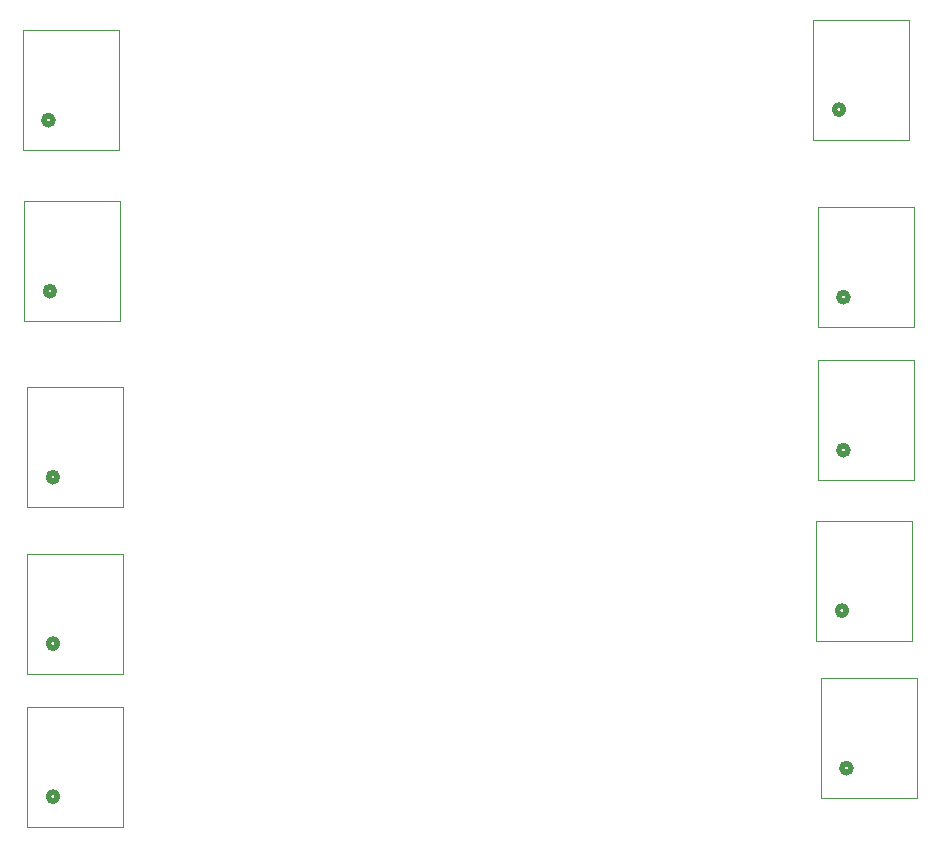
<source format=gm1>
G04*
G04 #@! TF.GenerationSoftware,Altium Limited,Altium Designer,22.10.1 (41)*
G04*
G04 Layer_Color=16711935*
%FSLAX25Y25*%
%MOIN*%
G70*
G04*
G04 #@! TF.SameCoordinates,D8DE2597-0232-48C6-990D-D127052A737A*
G04*
G04*
G04 #@! TF.FilePolarity,Positive*
G04*
G01*
G75*
%ADD13C,0.02000*%
%ADD44C,0.00100*%
D13*
X324000Y114000D02*
G03*
X324000Y114000I-1500J0D01*
G01*
X324500Y218500D02*
G03*
X324500Y218500I-1500J0D01*
G01*
X61000Y52000D02*
G03*
X61000Y52000I-1500J0D01*
G01*
Y158500D02*
G03*
X61000Y158500I-1500J0D01*
G01*
Y103000D02*
G03*
X61000Y103000I-1500J0D01*
G01*
X60000Y220500D02*
G03*
X60000Y220500I-1500J0D01*
G01*
X59500Y277500D02*
G03*
X59500Y277500I-1500J0D01*
G01*
X325500Y61500D02*
G03*
X325500Y61500I-1500J0D01*
G01*
X323000Y281000D02*
G03*
X323000Y281000I-1500J0D01*
G01*
X324500Y167500D02*
G03*
X324500Y167500I-1500J0D01*
G01*
D44*
X345945Y104000D02*
Y144000D01*
X313858D02*
X345945D01*
X313858Y104000D02*
Y144000D01*
Y104000D02*
X345945D01*
X346445Y208500D02*
Y248500D01*
X314358D02*
X346445D01*
X314358Y208500D02*
Y248500D01*
Y208500D02*
X346445D01*
X82945Y42000D02*
Y82000D01*
X50858D02*
X82945D01*
X50858Y42000D02*
Y82000D01*
Y42000D02*
X82945D01*
Y148500D02*
Y188500D01*
X50858D02*
X82945D01*
X50858Y148500D02*
Y188500D01*
Y148500D02*
X82945D01*
Y93000D02*
Y133000D01*
X50858D02*
X82945D01*
X50858Y93000D02*
Y133000D01*
Y93000D02*
X82945D01*
X81945Y210500D02*
Y250500D01*
X49858D02*
X81945D01*
X49858Y210500D02*
Y250500D01*
Y210500D02*
X81945D01*
X81445Y267500D02*
Y307500D01*
X49358D02*
X81445D01*
X49358Y267500D02*
Y307500D01*
Y267500D02*
X81445D01*
X347445Y51500D02*
Y91500D01*
X315358D02*
X347445D01*
X315358Y51500D02*
Y91500D01*
Y51500D02*
X347445D01*
X344945Y271000D02*
Y311000D01*
X312858D02*
X344945D01*
X312858Y271000D02*
Y311000D01*
Y271000D02*
X344945D01*
X346445Y157500D02*
Y197500D01*
X314358D02*
X346445D01*
X314358Y157500D02*
Y197500D01*
Y157500D02*
X346445D01*
M02*

</source>
